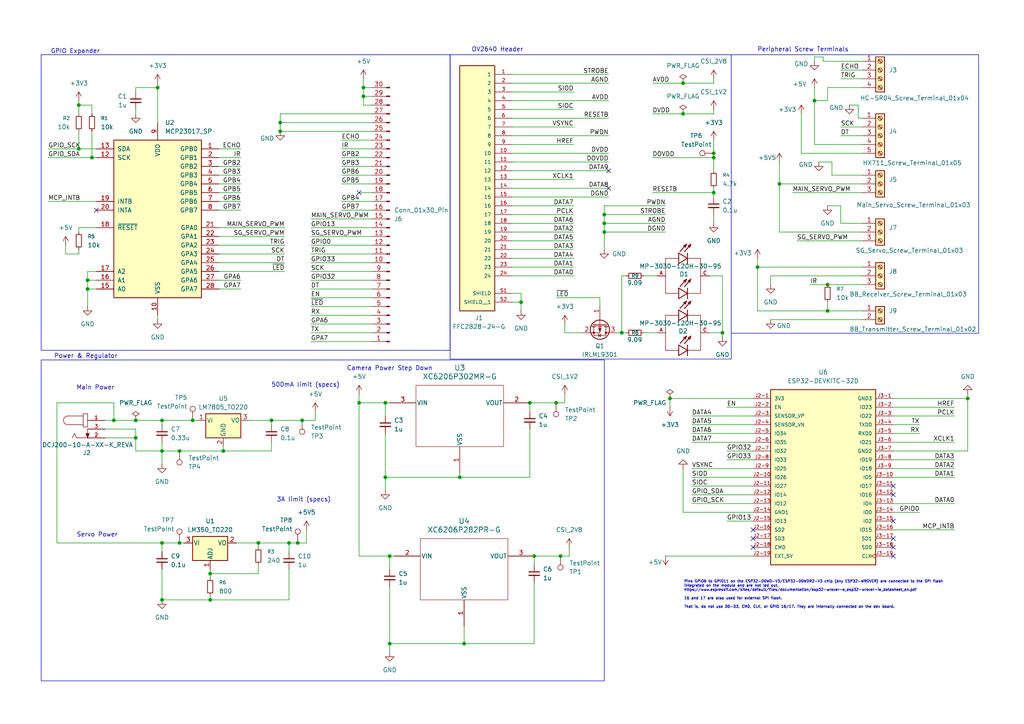
<source format=kicad_sch>
(kicad_sch (version 20250114) (generator "eeschema") (generator_version "9.0")
  (paper "A4")
  (rectangle (start 130.556 15.875) (end 212.09 104.14))
  (rectangle (start 11.938 104.394) (end 175.26 197.485))
  (rectangle (start 11.938 15.875) (end 130.556 101.6))
  (rectangle (start 212.09 15.875) (end 283.845 96.647))
  (text "Power & Regulator\n" (at 24.892 103.378 0) (effects (font (size 1.27 1.27))))
  (text "Main Power" (at 27.686 112.522 0) (effects (font (size 1.27 1.27))))
  (text "500mA limit (specs)\n " (at 88.646 112.776 0) (effects (font (size 1.27 1.27))))
  (text "GPIO Expander" (at 21.844 14.986 0) (effects (font (size 1.27 1.27))))
  (text "Camera Power Step Down" (at 113.03 106.934 0) (effects (font (size 1.27 1.27))))
  (text "Servo Power" (at 28.194 155.194 0) (effects (font (size 1.27 1.27))))
  (text "3A limit (specs)\n " (at 88.138 146.05 0) (effects (font (size 1.27 1.27))))
  (text "Peripheral Screw Terminals" (at 232.918 14.478 0) (effects (font (size 1.27 1.27))))
  (text "Pins GPIO6 to GPIO11 on the ESP32-D0WD-V3/ESP32-D0WDR2-V3 chip (any ESP32-WROVER) are connected to the SPI flash\nintegrated on the module and are not led out.\nhttps://www.espressif.com/sites/default/files/documentation/esp32-wrover-e_esp32-wrover-ie_datasheet_en.pdf\n\n16 and 17 are also used for external SPI flash.\n\nThat is, do not use D0-D3, CMD, CLK, or GPIO 16/17. They are internally connected on the dev board." (at 198.374 172.466 0) (effects (font (size 0.762 0.762)) (justify left)))
  (text "OV2640 Header\n" (at 144.272 14.478 0) (effects (font (size 1.27 1.27))))
  (junction (at 81.28 35.56))
  (junction (at 74.93 157.48))
  (junction (at 60.96 173.99))
  (junction (at 81.28 38.1))
  (junction (at 207.01 45.72))
  (junction (at 60.96 166.37))
  (junction (at 52.07 157.48))
  (junction (at 161.29 116.84))
  (junction (at 153.67 116.84))
  (junction (at 162.56 161.29))
  (junction (at 46.99 173.99))
  (junction (at 175.26 62.23))
  (junction (at 55.88 121.92))
  (junction (at 52.07 130.81))
  (junction (at 86.36 157.48))
  (junction (at 87.63 121.92))
  (junction (at 45.72 25.4))
  (junction (at 134.62 186.69))
  (junction (at 105.41 27.94))
  (junction (at 209.55 96.52))
  (junction (at 46.99 157.48))
  (junction (at 105.41 25.4))
  (junction (at 33.02 121.92))
  (junction (at 280.67 115.57))
  (junction (at 180.34 96.52))
  (junction (at 78.74 121.92))
  (junction (at 39.37 127))
  (junction (at 111.76 116.84))
  (junction (at 64.77 130.81))
  (junction (at 240.03 90.17))
  (junction (at 219.71 77.47))
  (junction (at 25.4 83.82))
  (junction (at 39.37 121.92))
  (junction (at 22.86 30.48))
  (junction (at 22.86 43.18))
  (junction (at 198.12 33.02))
  (junction (at 83.82 157.48))
  (junction (at 46.99 130.81))
  (junction (at 240.03 82.55))
  (junction (at 113.03 186.69))
  (junction (at 236.22 29.21))
  (junction (at 194.31 115.57))
  (junction (at 198.12 24.13))
  (junction (at 226.06 53.34))
  (junction (at 26.67 45.72))
  (junction (at 25.4 81.28))
  (junction (at 104.14 116.84))
  (junction (at 175.26 64.77))
  (junction (at 207.01 44.45))
  (junction (at 133.35 138.43))
  (junction (at 154.94 161.29))
  (junction (at 175.26 67.31))
  (junction (at 113.03 161.29))
  (junction (at 46.99 121.92))
  (junction (at 111.76 138.43))
  (junction (at 207.01 55.88))
  (junction (at 151.13 87.63))
  (no_connect (at 259.08 158.75))
  (no_connect (at 27.94 60.96))
  (no_connect (at 176.53 54.61))
  (no_connect (at 104.14 55.88))
  (no_connect (at 176.53 49.53))
  (no_connect (at 259.08 151.13))
  (no_connect (at 259.08 140.97))
  (no_connect (at 218.44 153.67))
  (no_connect (at 218.44 158.75))
  (no_connect (at 259.08 161.29))
  (no_connect (at 218.44 156.21))
  (no_connect (at 259.08 143.51))
  (no_connect (at 259.08 156.21))
  (wire (pts (xy 151.13 87.63) (xy 151.13 90.17)))
  (wire (pts (xy 207.01 40.64) (xy 207.01 44.45)))
  (wire (pts (xy 90.17 91.44) (xy 107.95 91.44)))
  (wire (pts (xy 39.37 124.46) (xy 39.37 127)))
  (wire (pts (xy 13.97 43.18) (xy 22.86 43.18)))
  (wire (pts (xy 107.95 27.94) (xy 105.41 27.94)))
  (wire (pts (xy 104.14 55.88) (xy 107.95 55.88)))
  (wire (pts (xy 165.1 161.29) (xy 165.1 158.75)))
  (wire (pts (xy 226.06 46.99) (xy 226.06 53.34)))
  (wire (pts (xy 30.48 124.46) (xy 39.37 124.46)))
  (wire (pts (xy 236.22 16.51) (xy 238.76 16.51)))
  (wire (pts (xy 133.35 137.16) (xy 133.35 138.43)))
  (wire (pts (xy 189.23 45.72) (xy 207.01 45.72)))
  (wire (pts (xy 86.36 157.48) (xy 83.82 157.48)))
  (wire (pts (xy 240.03 25.4) (xy 250.19 25.4)))
  (wire (pts (xy 166.37 69.85) (xy 148.59 69.85)))
  (wire (pts (xy 166.37 62.23) (xy 148.59 62.23)))
  (wire (pts (xy 45.72 25.4) (xy 45.72 35.56)))
  (wire (pts (xy 64.77 130.81) (xy 78.74 130.81)))
  (wire (pts (xy 175.26 67.31) (xy 175.26 72.39)))
  (wire (pts (xy 30.48 127) (xy 39.37 127)))
  (wire (pts (xy 113.03 170.18) (xy 113.03 186.69)))
  (wire (pts (xy 39.37 31.75) (xy 39.37 33.02)))
  (wire (pts (xy 90.17 76.2) (xy 107.95 76.2)))
  (wire (pts (xy 276.86 128.27) (xy 259.08 128.27)))
  (wire (pts (xy 200.66 143.51) (xy 218.44 143.51)))
  (wire (pts (xy 209.55 96.52) (xy 209.55 97.79)))
  (wire (pts (xy 236.22 17.78) (xy 236.22 16.51)))
  (wire (pts (xy 250.19 34.29) (xy 248.92 34.29)))
  (wire (pts (xy 200.66 140.97) (xy 218.44 140.97)))
  (wire (pts (xy 198.12 24.13) (xy 207.01 24.13)))
  (wire (pts (xy 166.37 26.67) (xy 148.59 26.67)))
  (wire (pts (xy 134.62 181.61) (xy 134.62 186.69)))
  (wire (pts (xy 276.86 118.11) (xy 259.08 118.11)))
  (wire (pts (xy 166.37 59.69) (xy 148.59 59.69)))
  (wire (pts (xy 46.99 165.1) (xy 46.99 173.99)))
  (wire (pts (xy 91.44 119.38) (xy 91.44 121.92)))
  (wire (pts (xy 259.08 125.73) (xy 266.7 125.73)))
  (wire (pts (xy 81.28 38.1) (xy 107.95 38.1)))
  (wire (pts (xy 240.03 90.17) (xy 250.19 90.17)))
  (wire (pts (xy 60.96 166.37) (xy 74.93 166.37)))
  (wire (pts (xy 166.37 64.77) (xy 148.59 64.77)))
  (wire (pts (xy 39.37 25.4) (xy 45.72 25.4)))
  (wire (pts (xy 78.74 121.92) (xy 72.39 121.92)))
  (wire (pts (xy 210.82 118.11) (xy 218.44 118.11)))
  (wire (pts (xy 240.03 87.63) (xy 240.03 90.17)))
  (wire (pts (xy 33.02 121.92) (xy 39.37 121.92)))
  (wire (pts (xy 104.14 116.84) (xy 111.76 116.84)))
  (wire (pts (xy 193.04 161.29) (xy 218.44 161.29)))
  (wire (pts (xy 180.34 96.52) (xy 181.61 96.52)))
  (wire (pts (xy 90.17 86.36) (xy 107.95 86.36)))
  (wire (pts (xy 236.22 29.21) (xy 236.22 41.91)))
  (wire (pts (xy 153.67 116.84) (xy 161.29 116.84)))
  (wire (pts (xy 219.71 77.47) (xy 219.71 74.93)))
  (wire (pts (xy 231.14 69.85) (xy 250.19 69.85)))
  (wire (pts (xy 22.86 73.66) (xy 19.05 73.66)))
  (wire (pts (xy 46.99 121.92) (xy 46.99 123.19)))
  (wire (pts (xy 63.5 83.82) (xy 69.85 83.82)))
  (wire (pts (xy 163.83 96.52) (xy 168.91 96.52)))
  (wire (pts (xy 166.37 36.83) (xy 148.59 36.83)))
  (wire (pts (xy 105.41 30.48) (xy 105.41 27.94)))
  (wire (pts (xy 16.51 157.48) (xy 46.99 157.48)))
  (wire (pts (xy 46.99 130.81) (xy 46.99 134.62)))
  (wire (pts (xy 241.3 50.8) (xy 250.19 50.8)))
  (wire (pts (xy 163.83 116.84) (xy 163.83 114.3)))
  (wire (pts (xy 52.07 157.48) (xy 53.34 157.48)))
  (wire (pts (xy 179.07 96.52) (xy 180.34 96.52)))
  (wire (pts (xy 90.17 81.28) (xy 107.95 81.28)))
  (wire (pts (xy 148.59 29.21) (xy 176.53 29.21)))
  (wire (pts (xy 176.53 46.99) (xy 148.59 46.99)))
  (wire (pts (xy 193.04 59.69) (xy 175.26 59.69)))
  (wire (pts (xy 161.29 116.84) (xy 163.83 116.84)))
  (wire (pts (xy 83.82 160.02) (xy 83.82 157.48)))
  (wire (pts (xy 83.82 157.48) (xy 74.93 157.48)))
  (wire (pts (xy 63.5 81.28) (xy 69.85 81.28)))
  (wire (pts (xy 151.13 85.09) (xy 151.13 87.63)))
  (wire (pts (xy 154.94 161.29) (xy 162.56 161.29)))
  (wire (pts (xy 280.67 115.57) (xy 280.67 114.3)))
  (wire (pts (xy 99.06 43.18) (xy 107.95 43.18)))
  (wire (pts (xy 90.17 96.52) (xy 107.95 96.52)))
  (wire (pts (xy 223.52 82.55) (xy 223.52 80.01)))
  (wire (pts (xy 111.76 125.73) (xy 111.76 138.43)))
  (wire (pts (xy 200.66 138.43) (xy 218.44 138.43)))
  (wire (pts (xy 162.56 161.29) (xy 165.1 161.29)))
  (wire (pts (xy 104.14 116.84) (xy 104.14 161.29)))
  (wire (pts (xy 259.08 123.19) (xy 266.7 123.19)))
  (wire (pts (xy 46.99 173.99) (xy 60.96 173.99)))
  (wire (pts (xy 63.5 76.2) (xy 82.55 76.2)))
  (wire (pts (xy 243.84 64.77) (xy 250.19 64.77)))
  (wire (pts (xy 63.5 58.42) (xy 69.85 58.42)))
  (wire (pts (xy 205.74 80.01) (xy 209.55 80.01)))
  (wire (pts (xy 46.99 128.27) (xy 46.99 130.81)))
  (wire (pts (xy 99.06 53.34) (xy 107.95 53.34)))
  (wire (pts (xy 83.82 165.1) (xy 83.82 173.99)))
  (wire (pts (xy 99.06 50.8) (xy 107.95 50.8)))
  (wire (pts (xy 22.86 30.48) (xy 26.67 30.48)))
  (wire (pts (xy 90.17 78.74) (xy 107.95 78.74)))
  (wire (pts (xy 198.12 148.59) (xy 198.12 135.89)))
  (wire (pts (xy 280.67 130.81) (xy 280.67 115.57)))
  (wire (pts (xy 189.23 55.88) (xy 207.01 55.88)))
  (wire (pts (xy 198.12 148.59) (xy 218.44 148.59)))
  (wire (pts (xy 52.07 130.81) (xy 46.99 130.81)))
  (wire (pts (xy 60.96 173.99) (xy 83.82 173.99)))
  (wire (pts (xy 111.76 138.43) (xy 133.35 138.43)))
  (wire (pts (xy 78.74 123.19) (xy 78.74 121.92)))
  (wire (pts (xy 63.5 53.34) (xy 69.85 53.34)))
  (wire (pts (xy 259.08 153.67) (xy 276.86 153.67)))
  (wire (pts (xy 148.59 85.09) (xy 151.13 85.09)))
  (wire (pts (xy 226.06 53.34) (xy 226.06 67.31)))
  (wire (pts (xy 99.06 40.64) (xy 107.95 40.64)))
  (wire (pts (xy 200.66 146.05) (xy 218.44 146.05)))
  (wire (pts (xy 111.76 116.84) (xy 111.76 120.65)))
  (wire (pts (xy 105.41 25.4) (xy 105.41 27.94)))
  (wire (pts (xy 63.5 78.74) (xy 82.55 78.74)))
  (wire (pts (xy 63.5 68.58) (xy 82.55 68.58)))
  (wire (pts (xy 30.48 121.92) (xy 33.02 121.92)))
  (wire (pts (xy 22.86 67.31) (xy 22.86 66.04)))
  (wire (pts (xy 39.37 127) (xy 39.37 130.81)))
  (wire (pts (xy 259.08 130.81) (xy 280.67 130.81)))
  (wire (pts (xy 63.5 43.18) (xy 69.85 43.18)))
  (wire (pts (xy 33.02 121.92) (xy 33.02 116.84)))
  (wire (pts (xy 259.08 115.57) (xy 280.67 115.57)))
  (wire (pts (xy 209.55 80.01) (xy 209.55 96.52)))
  (wire (pts (xy 104.14 114.3) (xy 104.14 116.84)))
  (wire (pts (xy 243.84 22.86) (xy 250.19 22.86)))
  (wire (pts (xy 148.59 54.61) (xy 176.53 54.61)))
  (wire (pts (xy 229.87 55.88) (xy 250.19 55.88)))
  (wire (pts (xy 219.71 90.17) (xy 240.03 90.17)))
  (wire (pts (xy 46.99 157.48) (xy 46.99 160.02)))
  (wire (pts (xy 46.99 157.48) (xy 52.07 157.48)))
  (wire (pts (xy 236.22 25.4) (xy 236.22 29.21)))
  (wire (pts (xy 87.63 121.92) (xy 91.44 121.92)))
  (wire (pts (xy 248.92 30.48) (xy 246.38 30.48)))
  (wire (pts (xy 243.84 39.37) (xy 250.19 39.37)))
  (wire (pts (xy 175.26 62.23) (xy 175.26 64.77)))
  (wire (pts (xy 276.86 135.89) (xy 259.08 135.89)))
  (wire (pts (xy 60.96 166.37) (xy 60.96 167.64)))
  (wire (pts (xy 148.59 49.53) (xy 176.53 49.53)))
  (wire (pts (xy 63.5 73.66) (xy 82.55 73.66)))
  (wire (pts (xy 161.29 86.36) (xy 173.99 86.36)))
  (wire (pts (xy 99.06 60.96) (xy 107.95 60.96)))
  (wire (pts (xy 64.77 129.54) (xy 64.77 130.81)))
  (wire (pts (xy 166.37 52.07) (xy 148.59 52.07)))
  (wire (pts (xy 90.17 88.9) (xy 107.95 88.9)))
  (wire (pts (xy 154.94 168.91) (xy 154.94 186.69)))
  (wire (pts (xy 25.4 83.82) (xy 25.4 81.28)))
  (wire (pts (xy 226.06 67.31) (xy 250.19 67.31)))
  (wire (pts (xy 111.76 138.43) (xy 111.76 142.24)))
  (wire (pts (xy 22.86 43.18) (xy 27.94 43.18)))
  (wire (pts (xy 166.37 67.31) (xy 148.59 67.31)))
  (wire (pts (xy 64.77 130.81) (xy 52.07 130.81)))
  (wire (pts (xy 148.59 21.59) (xy 176.53 21.59)))
  (wire (pts (xy 200.66 135.89) (xy 218.44 135.89)))
  (wire (pts (xy 46.99 121.92) (xy 55.88 121.92)))
  (wire (pts (xy 63.5 60.96) (xy 69.85 60.96)))
  (wire (pts (xy 105.41 25.4) (xy 107.95 25.4)))
  (wire (pts (xy 60.96 166.37) (xy 60.96 165.1)))
  (wire (pts (xy 200.66 125.73) (xy 218.44 125.73)))
  (wire (pts (xy 111.76 116.84) (xy 113.03 116.84)))
  (wire (pts (xy 250.19 44.45) (xy 232.41 44.45)))
  (wire (pts (xy 189.23 24.13) (xy 198.12 24.13)))
  (wire (pts (xy 223.52 92.71) (xy 250.19 92.71)))
  (wire (pts (xy 148.59 39.37) (xy 176.53 39.37)))
  (wire (pts (xy 63.5 55.88) (xy 69.85 55.88)))
  (wire (pts (xy 90.17 73.66) (xy 107.95 73.66)))
  (wire (pts (xy 90.17 66.04) (xy 107.95 66.04)))
  (wire (pts (xy 107.95 30.48) (xy 105.41 30.48)))
  (wire (pts (xy 276.86 146.05) (xy 259.08 146.05)))
  (wire (pts (xy 25.4 81.28) (xy 27.94 81.28)))
  (wire (pts (xy 241.3 46.99) (xy 241.3 50.8)))
  (wire (pts (xy 105.41 22.86) (xy 105.41 25.4)))
  (wire (pts (xy 90.17 63.5) (xy 107.95 63.5)))
  (wire (pts (xy 19.05 71.12) (xy 19.05 73.66)))
  (wire (pts (xy 186.69 96.52) (xy 190.5 96.52)))
  (wire (pts (xy 33.02 116.84) (xy 16.51 116.84)))
  (wire (pts (xy 207.01 54.61) (xy 207.01 55.88)))
  (wire (pts (xy 276.86 133.35) (xy 259.08 133.35)))
  (wire (pts (xy 223.52 80.01) (xy 250.19 80.01)))
  (wire (pts (xy 90.17 93.98) (xy 107.95 93.98)))
  (wire (pts (xy 39.37 26.67) (xy 39.37 25.4)))
  (wire (pts (xy 74.93 157.48) (xy 74.93 158.75)))
  (wire (pts (xy 154.94 161.29) (xy 154.94 163.83)))
  (wire (pts (xy 232.41 33.02) (xy 232.41 44.45)))
  (wire (pts (xy 250.19 41.91) (xy 236.22 41.91)))
  (wire (pts (xy 210.82 133.35) (xy 218.44 133.35)))
  (wire (pts (xy 81.28 35.56) (xy 81.28 38.1)))
  (wire (pts (xy 113.03 161.29) (xy 113.03 165.1)))
  (wire (pts (xy 99.06 45.72) (xy 107.95 45.72)))
  (wire (pts (xy 22.86 66.04) (xy 27.94 66.04)))
  (wire (pts (xy 193.04 64.77) (xy 175.26 64.77)))
  (wire (pts (xy 193.04 62.23) (xy 175.26 62.23)))
  (wire (pts (xy 27.94 83.82) (xy 25.4 83.82)))
  (wire (pts (xy 153.67 116.84) (xy 153.67 119.38)))
  (wire (pts (xy 210.82 130.81) (xy 218.44 130.81)))
  (wire (pts (xy 148.59 24.13) (xy 176.53 24.13)))
  (wire (pts (xy 200.66 123.19) (xy 218.44 123.19)))
  (wire (pts (xy 63.5 45.72) (xy 69.85 45.72)))
  (wire (pts (xy 26.67 33.02) (xy 26.67 30.48)))
  (wire (pts (xy 104.14 161.29) (xy 113.03 161.29)))
  (wire (pts (xy 153.67 124.46) (xy 153.67 138.43)))
  (wire (pts (xy 210.82 151.13) (xy 218.44 151.13)))
  (wire (pts (xy 166.37 41.91) (xy 148.59 41.91)))
  (wire (pts (xy 243.84 20.32) (xy 250.19 20.32)))
  (wire (pts (xy 148.59 57.15) (xy 176.53 57.15)))
  (wire (pts (xy 22.86 29.21) (xy 22.86 30.48)))
  (wire (pts (xy 226.06 53.34) (xy 250.19 53.34)))
  (wire (pts (xy 193.04 67.31) (xy 175.26 67.31)))
  (wire (pts (xy 148.59 44.45) (xy 176.53 44.45)))
  (wire (pts (xy 237.49 46.99) (xy 241.3 46.99)))
  (wire (pts (xy 207.01 45.72) (xy 207.01 49.53)))
  (wire (pts (xy 166.37 77.47) (xy 148.59 77.47)))
  (wire (pts (xy 16.51 116.84) (xy 16.51 157.48)))
  (wire (pts (xy 166.37 31.75) (xy 148.59 31.75)))
  (wire (pts (xy 240.03 29.21) (xy 240.03 25.4)))
  (wire (pts (xy 81.28 35.56) (xy 107.95 35.56)))
  (wire (pts (xy 68.58 157.48) (xy 74.93 157.48)))
  (wire (pts (xy 166.37 74.93) (xy 148.59 74.93)))
  (wire (pts (xy 219.71 90.17) (xy 219.71 77.47)))
  (wire (pts (xy 22.86 38.1) (xy 22.86 43.18)))
  (wire (pts (xy 90.17 71.12) (xy 107.95 71.12)))
  (wire (pts (xy 148.59 34.29) (xy 176.53 34.29)))
  (wire (pts (xy 133.35 138.43) (xy 153.67 138.43)))
  (wire (pts (xy 134.62 186.69) (xy 154.94 186.69)))
  (wire (pts (xy 175.26 64.77) (xy 175.26 67.31)))
  (wire (pts (xy 219.71 77.47) (xy 250.19 77.47)))
  (wire (pts (xy 26.67 45.72) (xy 27.94 45.72)))
  (wire (pts (xy 243.84 59.69) (xy 243.84 64.77)))
  (wire (pts (xy 63.5 48.26) (xy 69.85 48.26)))
  (wire (pts (xy 90.17 99.06) (xy 107.95 99.06)))
  (wire (pts (xy 207.01 44.45) (xy 207.01 45.72)))
  (wire (pts (xy 22.86 72.39) (xy 22.86 73.66)))
  (wire (pts (xy 186.69 80.01) (xy 190.5 80.01)))
  (wire (pts (xy 45.72 24.13) (xy 45.72 25.4)))
  (wire (pts (xy 90.17 68.58) (xy 107.95 68.58)))
  (wire (pts (xy 63.5 66.04) (xy 82.55 66.04)))
  (wire (pts (xy 39.37 121.92) (xy 46.99 121.92)))
  (wire (pts (xy 148.59 87.63) (xy 151.13 87.63)))
  (wire (pts (xy 173.99 86.36) (xy 173.99 88.9)))
  (wire (pts (xy 88.9 153.67) (xy 88.9 157.48)))
  (wire (pts (xy 22.86 30.48) (xy 22.86 33.02)))
  (wire (pts (xy 207.01 31.75) (xy 207.01 33.02)))
  (wire (pts (xy 238.76 17.78) (xy 250.19 17.78)))
  (wire (pts (xy 55.88 121.92) (xy 57.15 121.92)))
  (wire (pts (xy 194.31 118.11) (xy 194.31 115.57)))
  (wire (pts (xy 276.86 120.65) (xy 259.08 120.65)))
  (wire (pts (xy 240.03 59.69) (xy 243.84 59.69)))
  (wire (pts (xy 205.74 96.52) (xy 209.55 96.52)))
  (wire (pts (xy 60.96 172.72) (xy 60.96 173.99)))
  (wire (pts (xy 88.9 157.48) (xy 86.36 157.48)))
  (wire (pts (xy 107.95 33.02) (xy 81.28 33.02)))
  (wire (pts (xy 99.06 58.42) (xy 107.95 58.42)))
  (wire (pts (xy 180.34 80.01) (xy 181.61 80.01)))
  (wire (pts (xy 78.74 128.27) (xy 78.74 130.81)))
  (wire (pts (xy 194.31 115.57) (xy 218.44 115.57)))
  (wire (pts (xy 200.66 120.65) (xy 218.44 120.65)))
  (wire (pts (xy 240.03 82.55) (xy 250.19 82.55)))
  (wire (pts (xy 99.06 48.26) (xy 107.95 48.26)))
  (wire (pts (xy 39.37 130.81) (xy 46.99 130.81)))
  (wire (pts (xy 189.23 33.02) (xy 198.12 33.02)))
  (wire (pts (xy 45.72 91.44) (xy 45.72 92.71)))
  (wire (pts (xy 81.28 33.02) (xy 81.28 35.56)))
  (wire (pts (xy 113.03 186.69) (xy 113.03 189.23)))
  (wire (pts (xy 198.12 33.02) (xy 207.01 33.02)))
  (wire (pts (xy 248.92 34.29) (xy 248.92 30.48)))
  (wire (pts (xy 163.83 93.98) (xy 163.83 96.52)))
  (wire (pts (xy 238.76 16.51) (xy 238.76 17.78)))
  (wire (pts (xy 113.03 161.29) (xy 114.3 161.29)))
  (wire (pts (xy 200.66 128.27) (xy 218.44 128.27)))
  (wire (pts (xy 27.94 78.74) (xy 25.4 78.74)))
  (wire (pts (xy 25.4 83.82) (xy 25.4 88.9)))
  (wire (pts (xy 175.26 59.69) (xy 175.26 62.23)))
  (wire (pts (xy 207.01 62.23) (xy 207.01 64.77)))
  (wire (pts (xy 113.03 186.69) (xy 134.62 186.69)))
  (wire (pts (xy 180.34 96.52) (xy 180.34 80.01)))
  (wire (pts (xy 74.93 163.83) (xy 74.93 166.37)))
  (wire (pts (xy 90.17 83.82) (xy 107.95 83.82)))
  (wire (pts (xy 207.01 22.86) (xy 207.01 24.13)))
  (wire (pts (xy 13.97 45.72) (xy 26.67 45.72)))
  (wire (pts (xy 234.95 82.55) (xy 240.03 82.55)))
  (wire (pts (xy 259.08 148.59) (xy 266.7 148.59)))
  (wire (pts (xy 166.37 72.39) (xy 148.59 72.39)))
  (wire (pts (xy 78.74 121.92) (xy 87.63 121.92)))
  (wire (pts (xy 25.4 78.74) (xy 25.4 81.28)))
  (wire (pts (xy 236.22 29.21) (xy 240.03 29.21)))
  (wire (pts (xy 243.84 36.83) (xy 250.19 36.83)))
  (wire (pts (xy 63.5 50.8) (xy 69.85 50.8)))
  (wire (pts (xy 276.86 138.43) (xy 259.08 138.43)))
  (wire (pts (xy 63.5 71.12) (xy 82.55 71.12)))
  (wire (pts (xy 166.37 80.01) (xy 148.59 80.01)))
  (wire (pts (xy 13.97 58.42) (xy 27.94 58.42)))
  (wire (pts (xy 207.01 55.88) (xy 207.01 57.15)))
  (wire (pts (xy 26.67 38.1) (xy 26.67 45.72)))
  (label "AVDD" (at 189.23 24.13 0))
  (label "MCP_INTB" (at 13.97 58.42 0))
  (label "~{LED}" (at 90.17 88.9 0))
  (label "HREF" (at 166.37 41.91 180))
  (label "ECHO" (at 99.06 40.64 0))
  (label "GPB5" (at 99.06 53.34 0))
  (label "GPB5" (at 69.85 55.88 180))
  (label "GPIO0" (at 90.17 71.12 0))
  (label "DATA5" (at 166.37 69.85 180))
  (label "RX" (at 266.7 125.73 180))
  (label "XCLK1" (at 276.86 128.27 180))
  (label "GPB3" (at 69.85 50.8 180))
  (label "DATA6" (at 166.37 64.77 180))
  (label "GPIO33" (at 90.17 76.2 0))
  (label "GPA6" (at 90.17 93.98 0))
  (label "DGND" (at 176.53 57.15 180))
  (label "SG_SERVO_PWM" (at 82.55 68.58 180))
  (label "DATA2" (at 276.86 135.89 180))
  (label "GPIO33" (at 210.82 133.35 0))
  (label "DATA0" (at 276.86 146.05 180))
  (label "TX" (at 90.17 96.52 0))
  (label "AGND" (at 193.04 64.77 180))
  (label "DATA0" (at 166.37 80.01 180))
  (label "SIOC" (at 166.37 31.75 180))
  (label "IR" (at 69.85 45.72 180))
  (label "DOVDD" (at 189.23 45.72 0))
  (label "DATA4" (at 200.66 120.65 0))
  (label "TRIG" (at 82.55 71.12 180))
  (label "PCLK" (at 166.37 62.23 180))
  (label "EN" (at 90.17 86.36 0))
  (label "MAIN_SERVO_PWM" (at 82.55 66.04 180))
  (label "DATA6" (at 200.66 125.73 0))
  (label "GPA7" (at 90.17 99.06 0))
  (label "RESETB" (at 176.53 34.29 180))
  (label "DATA4" (at 166.37 74.93 180))
  (label "GPA6" (at 69.85 81.28 180))
  (label "GPB2" (at 69.85 48.26 180))
  (label "GPIO32" (at 210.82 130.81 0))
  (label "MCP_INTB" (at 276.86 153.67 180))
  (label "DATA3" (at 166.37 72.39 180))
  (label "DVDD" (at 176.53 44.45 180))
  (label "GPB7" (at 99.06 60.96 0))
  (label "SCK" (at 243.84 36.83 0))
  (label "TX" (at 266.7 123.19 180))
  (label "DATA5" (at 200.66 123.19 0))
  (label "SCK" (at 90.17 78.74 0))
  (label "SIOD" (at 200.66 138.43 0))
  (label "GPIO0" (at 266.7 148.59 180))
  (label "IR" (at 99.06 43.18 0))
  (label "VSYNC" (at 200.66 135.89 0))
  (label "GPIO_SCK" (at 13.97 43.18 0))
  (label "DGND" (at 193.04 67.31 180))
  (label "~{LED}" (at 82.55 78.74 180))
  (label "SIOD" (at 166.37 26.67 180))
  (label "GPIO_SDA" (at 13.97 45.72 0))
  (label "GPB3" (at 99.06 48.26 0))
  (label "HREF" (at 276.86 118.11 180))
  (label "XCLK1" (at 166.37 52.07 180))
  (label "SIOC" (at 200.66 140.97 0))
  (label "DATA7" (at 200.66 128.27 0))
  (label "STROBE" (at 176.53 21.59 180))
  (label "MAIN_SERVO_PWM" (at 229.87 55.88 0))
  (label "VSYNC" (at 166.37 36.83 180))
  (label "ECHO" (at 243.84 20.32 0))
  (label "TRIG" (at 90.17 73.66 0))
  (label "DATA1" (at 166.37 77.47 180))
  (label "SG_SERVO_PWM" (at 231.14 69.85 0))
  (label "SG_SERVO_PWM" (at 90.17 68.58 0))
  (label "GPB4" (at 69.85 53.34 180))
  (label "TRIG" (at 243.84 22.86 0))
  (label "EN" (at 210.82 118.11 0))
  (label "DT" (at 243.84 39.37 0))
  (label "~{LED}" (at 161.29 86.36 0))
  (label "GPB7" (at 69.85 60.96 180))
  (label "GPB6" (at 69.85 58.42 180))
  (label "AVDD" (at 176.53 29.21 180))
  (label "AGND" (at 176.53 24.13 180))
  (label "DATA1" (at 276.86 138.43 180))
  (label "DATA9" (at 176.53 49.53 180))
  (label "GPB6" (at 99.06 50.8 0))
  (label "DVDD" (at 189.23 33.02 0))
  (label "GPIO_SDA" (at 200.66 143.51 0))
  (label "GPIO_SCK" (at 200.66 146.05 0))
  (label "ECHO" (at 69.85 43.18 180))
  (label "GPA7" (at 69.85 83.82 180))
  (label "GPIO13" (at 90.17 66.04 0))
  (label "DT" (at 82.55 76.2 180))
  (label "PWDN" (at 193.04 59.69 180))
  (label "GPIO32" (at 90.17 81.28 0))
  (label "RESETB" (at 189.23 55.88 0))
  (label "STROBE" (at 193.04 62.23 180))
  (label "PWDN" (at 176.53 39.37 180))
  (label "DATA2" (at 166.37 67.31 180))
  (label "IR" (at 234.95 82.55 0))
  (label "DT" (at 90.17 83.82 0))
  (label "DOVDD" (at 176.53 46.99 180))
  (label "PCLK" (at 276.86 120.65 180))
  (label "MAIN_SERVO_PWM" (at 90.17 63.5 0))
  (label "GPIO13" (at 210.82 151.13 0))
  (label "RX" (at 90.17 91.44 0))
  (label "DATA3" (at 276.86 133.35 180))
  (label "DATA8" (at 176.53 54.61 180))
  (label "GPB2" (at 99.06 45.72 0))
  (label "SCK" (at 82.55 73.66 180))
  (label "GPB4" (at 99.06 58.42 0))
  (label "DATA7" (at 166.37 59.69 180))
  (symbol (lib_id "Connector:TestPoint") (at 161.29 116.84 180) (unit 1)
    (property "Reference" "TP2" (at 163.83 121.4121 0) (effects (justify right)))
    (property "Value" "TestPoint" (at 163.83 118.8721 0) (effects (justify right)))
    (property "Footprint" "TestPoint:TestPoint_Keystone_5005-5009_Compact" (effects (hide yes)))
    (property "Description" "test point" (effects (hide yes)))
  )
  (symbol (lib_id "power:+5V") (at 163.83 114.3 0) (unit 1)
    (property "Reference" "#PWR029" (effects (hide yes)))
    (property "Value" "CSI_1V2" (at 163.83 109.22 0))
    (property "Description" "Power symbol creates a global label with name \"+1V2\"" (effects (hide yes)))
  )
  (symbol (lib_id "power:GND") (at 46.99 134.62 0) (unit 1)
    (property "Reference" "#PWR025" (effects (hide yes)))
    (property "Value" "GND" (at 46.99 139.7 0))
    (property "Description" "Power symbol creates a global label with name \"GND\" , ground" (effects (hide yes)))
  )
  (symbol (lib_id "Connector:TestPoint") (at 52.07 130.81 180) (unit 1)
    (property "Reference" "TP4" (at 54.61 135.3821 0) (effects (justify right)))
    (property "Value" "TestPoint" (at 54.61 132.8421 0) (effects (justify right)))
    (property "Footprint" "TestPoint:TestPoint_Keystone_5005-5009_Compact" (effects (hide yes)))
    (property "Description" "test point" (effects (hide yes)))
  )
  (symbol (lib_id "Connector:TestPoint") (at 55.88 121.92 0) (unit 1)
    (property "Reference" "TP5" (at 54.356 115.316 0) (effects (justify right)))
    (property "Value" "TestPoint" (at 54.356 117.856 0) (effects (justify right)))
    (property "Footprint" "TestPoint:TestPoint_Keystone_5005-5009_Compact" (effects (hide yes)))
    (property "Description" "test point" (effects (hide yes)))
  )
  (symbol (lib_id "Device:R_Small") (at 74.93 161.29 0) (unit 1)
    (property "Reference" "R3" (at 77.47 160.0199 0) (effects (font (size 1.016 1.016)) (justify left)))
    (property "Value" "240" (at 77.47 162.5599 0) (effects (justify left)))
    (property "Footprint" "Resistor_THT:R_Axial_DIN0207_L6.3mm_D2.5mm_P10.16mm_Horizontal" (effects (hide yes)))
    (property "Description" "Resistor, small symbol" (effects (hide yes)))
  )
  (symbol (lib_id "power:GND") (at 198.12 135.89 0) (mirror x) (unit 1)
    (property "Reference" "#PWR02" (effects (hide yes)))
    (property "Value" "GND" (at 198.12 130.81 0))
    (property "Description" "Power symbol creates a global label with name \"GND\" , ground" (effects (hide yes)))
  )
  (symbol (lib_id "Device:R_Small") (at 22.86 69.85 0) (unit 1)
    (property "Reference" "R5" (at 25.4 68.5799 0) (effects (font (size 1.016 1.016)) (justify left)))
    (property "Value" "10k" (at 25.4 71.1199 0) (effects (justify left)))
    (property "Footprint" "Resistor_THT:R_Axial_DIN0207_L6.3mm_D2.5mm_P10.16mm_Horizontal" (effects (hide yes)))
    (property "Description" "Resistor, small symbol" (effects (hide yes)))
  )
  (symbol (lib_id "Device:R_Small") (at 60.96 170.18 0) (unit 1)
    (property "Reference" "R6" (at 63.5 168.9099 0) (effects (font (size 1.016 1.016)) (justify left)))
    (property "Value" "800" (at 63.5 171.4499 0) (effects (justify left)))
    (property "Footprint" "Resistor_THT:R_Axial_DIN0207_L6.3mm_D2.5mm_P10.16mm_Horizontal" (effects (hide yes)))
    (property "Description" "Resistor, small symbol" (effects (hide yes)))
  )
  (symbol (lib_id "Connector:TestPoint") (at 86.36 157.48 0) (unit 1)
    (property "Reference" "TP8" (at 84.836 150.876 0) (effects (justify right)))
    (property "Value" "TestPoint" (at 84.836 153.416 0) (effects (justify right)))
    (property "Footprint" "TestPoint:TestPoint_Keystone_5005-5009_Compact" (effects (hide yes)))
    (property "Description" "test point" (effects (hide yes)))
  )
  (symbol (lib_id "DCJ200-10-A-XX-K_REVA:DCJ200-10-A-XX-K_REVA") (at 25.4 124.46 0) (unit 1)
    (property "Reference" "J2" (at 25.146 131.318 0))
    (property "Value" "DCJ200-10-A-XX-K_REVA" (at 25.4 129.032 0))
    (property "Footprint" "Library:GCT_DCJ200-10-A-XX-K_REVA" (effects (hide yes)))
    (property "PARTREV" "A" (effects (hide yes)))
    (property "STANDARD" "Manufacturer Recommendations" (effects (hide yes)))
    (property "SNAPEDA_PN" "DCJ200-10-A-K1-K" (effects (hide yes)))
    (property "MAXIMUM_PACKAGE_HEIGHT" "11 mm" (effects (hide yes)))
    (property "MANUFACTURER" "Global Connector Technology" (effects (hide yes)))
  )
  (symbol (lib_id "Connector:Screw_Terminal_01x02") (at 255.27 90.17 0) (unit 1)
    (property "Reference" "J9" (at 257.81 90.1699 0) (effects (justify left)))
    (property "Value" "BB_Transmitter_Screw_Terminal_01x02" (at 246.38 95.504 0) (effects (justify left)))
    (property "Footprint" "TerminalBlock_4Ucon:TerminalBlock_4Ucon_1x02_P3.50mm_Vertical" (effects (hide yes)))
    (property "Description" "Generic screw terminal, single row, 01x02, script generated (kicad-library-utils/schlib/autogen/connector/)" (effects (hide yes)))
  )
  (symbol (lib_id "Connector:FFC2B28-24-G") (at 138.43 52.07 0) (mirror y) (unit 1)
    (property "Reference" "J1" (at 138.938 92.202 0))
    (property "Value" "FFC2B28-24-G" (at 138.938 94.742 0))
    (property "Footprint" "Library:GCT_FFC2B28-24-G" (effects (hide yes)))
    (property "PARTREV" "A" (effects (hide yes)))
    (property "STANDARD" "Manufacturer Recommendations" (effects (hide yes)))
    (property "MAXIMUM_PACKAGE_HEIGHT" "1.75mm" (effects (hide yes)))
    (property "MANUFACTURER" "GCT" (effects (hide yes)))
  )
  (symbol (lib_id "power:+5V") (at 91.44 119.38 0) (unit 1)
    (property "Reference" "#PWR024" (effects (hide yes)))
    (property "Value" "+5V" (at 91.44 114.3 0))
    (property "Description" "Power symbol creates a global label with name \"+5V\"" (effects (hide yes)))
  )
  (symbol (lib_id "Device:R_Small") (at 240.03 85.09 0) (unit 1)
    (property "Reference" "R7" (at 242.57 83.8199 0) (effects (font (size 1.016 1.016)) (justify left)))
    (property "Value" "10k" (at 242.57 86.3599 0) (effects (justify left)))
    (property "Footprint" "Resistor_THT:R_Axial_DIN0207_L6.3mm_D2.5mm_P10.16mm_Horizontal" (effects (hide yes)))
    (property "Description" "Resistor, small symbol" (effects (hide yes)))
  )
  (symbol (lib_id "power:+5V") (at 226.06 46.99 0) (unit 1)
    (property "Reference" "#PWR021" (effects (hide yes)))
    (property "Value" "+5V5" (at 222.504 45.72 0))
    (property "Description" "Power symbol creates a global label with name \"+5V\"" (effects (hide yes)))
  )
  (symbol (lib_id "power:GND") (at 280.67 114.3 0) (mirror x) (unit 1)
    (property "Reference" "#PWR01" (effects (hide yes)))
    (property "Value" "GND" (at 280.67 109.22 0))
    (property "Description" "Power symbol creates a global label with name \"GND\" , ground" (effects (hide yes)))
  )
  (symbol (lib_id "power:+5V") (at 236.22 25.4 0) (unit 1)
    (property "Reference" "#PWR019" (effects (hide yes)))
    (property "Value" "+5V" (at 231.902 24.384 0))
    (property "Description" "Power symbol creates a global label with name \"+5V\"" (effects (hide yes)))
  )
  (symbol (lib_id "Device:C_Small") (at 78.74 125.73 0) (unit 1)
    (property "Reference" "C8" (at 81.28 124.4662 0) (effects (justify left)))
    (property "Value" "0.1u" (at 81.28 127.0062 0) (effects (justify left)))
    (property "Footprint" "Capacitor_THT:C_Disc_D4.3mm_W1.9mm_P5.00mm" (effects (hide yes)))
    (property "Description" "Unpolarized capacitor, small symbol" (effects (hide yes)))
  )
  (symbol (lib_id "Device:R_Small") (at 22.86 35.56 0) (mirror y) (unit 1)
    (property "Reference" "R2" (at 20.32 34.2899 0) (effects (font (size 1.016 1.016)) (justify left)))
    (property "Value" "10k" (at 20.32 36.8299 0) (effects (justify left)))
    (property "Footprint" "Resistor_THT:R_Axial_DIN0207_L6.3mm_D2.5mm_P10.16mm_Horizontal" (effects (hide yes)))
    (property "Description" "Resistor, small symbol" (effects (hide yes)))
  )
  (symbol (lib_id "Device:C_Small") (at 39.37 29.21 0) (unit 1)
    (property "Reference" "C1" (at 36.83 27.9462 0) (effects (justify right)))
    (property "Value" "1u" (at 36.83 30.4862 0) (effects (justify right)))
    (property "Footprint" "Capacitor_THT:C_Disc_D4.3mm_W1.9mm_P5.00mm" (effects (hide yes)))
    (property "Description" "Unpolarized capacitor, small symbol" (effects (hide yes)))
  )
  (symbol (lib_id "power:GND") (at 237.49 46.99 0) (unit 1)
    (property "Reference" "#PWR020" (effects (hide yes)))
    (property "Value" "GND" (at 233.68 47.752 0))
    (property "Description" "Power symbol creates a global label with name \"GND\" , ground" (effects (hide yes)))
  )
  (symbol (lib_id "Connector:TestPoint") (at 52.07 157.48 0) (unit 1)
    (property "Reference" "TP7" (at 50.546 150.876 0) (effects (justify right)))
    (property "Value" "TestPoint" (at 50.546 153.416 0) (effects (justify right)))
    (property "Footprint" "TestPoint:TestPoint_Keystone_5005-5009_Compact" (effects (hide yes)))
    (property "Description" "test point" (effects (hide yes)))
  )
  (symbol (lib_id "Device:C_Small") (at 46.99 162.56 0) (unit 1)
    (property "Reference" "C9" (at 49.53 161.2962 0) (effects (justify left)))
    (property "Value" "0.1u" (at 49.53 163.8362 0) (effects (justify left)))
    (property "Footprint" "Capacitor_THT:C_Disc_D4.3mm_W1.9mm_P5.00mm" (effects (hide yes)))
    (property "Description" "Unpolarized capacitor, small symbol" (effects (hide yes)))
  )
  (symbol (lib_id "power:+5V") (at 207.01 31.75 0) (unit 1)
    (property "Reference" "#PWR023" (effects (hide yes)))
    (property "Value" "CSI_1V2" (at 207.01 26.67 0))
    (property "Description" "Power symbol creates a global label with name \"+1V2\"" (effects (hide yes)))
  )
  (symbol (lib_id "power:GND") (at 223.52 82.55 0) (unit 1)
    (property "Reference" "#PWR035" (effects (hide yes)))
    (property "Value" "GND" (at 223.52 87.63 0))
    (property "Description" "Power symbol creates a global label with name \"GND\" , ground" (effects (hide yes)))
  )
  (symbol (lib_id "ESP32-DEVKITC-32D:ESP32-DEVKITC-32D") (at 238.76 138.43 0) (unit 1)
    (property "Reference" "U6" (at 238.76 107.95 0))
    (property "Value" "ESP32-DEVKITC-32D" (at 238.76 110.49 0))
    (property "Footprint" "ESP32-DEVKITC-32D:MODULE_ESP32-DEVKITC-32D" (effects (hide yes)))
    (property "MF" "Espressif Systems" (effects (hide yes)))
    (property "MAXIMUM_PACKAGE_HEIGHT" "N/A" (effects (hide yes)))
    (property "Package" "None" (effects (hide yes)))
    (property "Price" "None" (effects (hide yes)))
    (property "Check_prices" "https://www.snapeda.com/parts/ESP32-DEVKITC-32D/Espressif+Systems/view-part/?ref=eda" (effects (hide yes)))
    (property "STANDARD" "Manufacturer Recommendations" (effects (hide yes)))
    (property "PARTREV" "V4" (effects (hide yes)))
    (property "SnapEDA_Link" "https://www.snapeda.com/parts/ESP32-DEVKITC-32D/Espressif+Systems/view-part/?ref=snap" (effects (hide yes)))
    (property "MP" "ESP32-DEVKITC-32D" (effects (hide yes)))
    (property "Description_1" "WiFi Development Tools (802.11) ESP32 General Development Kit, ESP32-WROOM-32D on the board" (effects (hide yes)))
    (property "MANUFACTURER" "Espressif Systems" (effects (hide yes)))
    (property "Availability" "In Stock" (effects (hide yes)))
    (property "SNAPEDA_PN" "ESP32-DEVKITC-32D" (effects (hide yes)))
  )
  (symbol (lib_id "power:GND") (at 39.37 33.02 0) (unit 1)
    (property "Reference" "#PWR010" (effects (hide yes)))
    (property "Value" "GND" (at 39.37 38.1 0))
    (property "Description" "Power symbol creates a global label with name \"GND\" , ground" (effects (hide yes)))
  )
  (symbol (lib_id "power:+3V3") (at 45.72 24.13 0) (unit 1)
    (property "Reference" "#PWR06" (effects (hide yes)))
    (property "Value" "+3V3" (at 45.72 19.05 0))
    (property "Description" "Power symbol creates a global label with name \"+3V3\"" (effects (hide yes)))
  )
  (symbol (lib_id "power:+5V") (at 105.41 22.86 0) (unit 1)
    (property "Reference" "#PWR012" (effects (hide yes)))
    (property "Value" "+5V" (at 105.41 17.78 0))
    (property "Description" "Power symbol creates a global label with name \"+5V\"" (effects (hide yes)))
  )
  (symbol (lib_id "2025-10-20_17-19-37:XC6206P282PR-G") (at 114.3 161.29 0) (unit 1)
    (property "Reference" "U4" (at 134.62 151.13 0) (effects (font (size 1.524 1.524))))
    (property "Value" "XC6206P282PR-G" (at 134.62 153.67 0) (effects (font (size 1.524 1.524))))
    (property "Footprint" "XC6206P282PR_G:SOT-89_TOR" (effects (hide yes)))
    (property "Datasheet" "XC6206P282PR-G" (effects (hide yes)))
  )
  (symbol (lib_id "Device:R_Small") (at 184.15 96.52 270) (mirror x) (unit 1)
    (property "Reference" "R8" (at 183.134 96.52 90) (effects (font (size 1.016 1.016)) (justify left)))
    (property "Value" "9.09" (at 181.864 98.552 90) (effects (justify left)))
    (property "Footprint" "Resistor_THT:R_Axial_DIN0207_L6.3mm_D2.5mm_P10.16mm_Horizontal" (effects (hide yes)))
    (property "Description" "Resistor, small symbol" (effects (hide yes)))
  )
  (symbol (lib_id "Connector:TestPoint") (at 87.63 121.92 180) (unit 1)
    (property "Reference" "TP3" (at 90.17 126.4921 0) (effects (justify right)))
    (property "Value" "TestPoint" (at 90.17 123.9521 0) (effects (justify right)))
    (property "Footprint" "TestPoint:TestPoint_Keystone_5005-5009_Compact" (effects (hide yes)))
    (property "Description" "test point" (effects (hide yes)))
  )
  (symbol (lib_id "power:GND") (at 240.03 59.69 0) (unit 1)
    (property "Reference" "#PWR027" (effects (hide yes)))
    (property "Value" "GND" (at 240.03 64.77 0))
    (property "Description" "Power symbol creates a global label with name \"GND\" , ground" (effects (hide yes)))
  )
  (symbol (lib_id "power:GND") (at 113.03 189.23 0) (unit 1)
    (property "Reference" "#PWR028" (effects (hide yes)))
    (property "Value" "GND" (at 113.03 194.31 0))
    (property "Description" "Power symbol creates a global label with name \"GND\" , ground" (effects (hide yes)))
  )
  (symbol (lib_id "power:+3V3") (at 194.31 118.11 0) (mirror x) (unit 1)
    (property "Reference" "#PWR011" (effects (hide yes)))
    (property "Value" "+3V3" (at 194.31 123.19 0))
    (property "Description" "Power symbol creates a global label with name \"+3V3\"" (effects (hide yes)))
  )
  (symbol (lib_id "LED-Flash:MP-3030-120H-30-95") (at 198.12 96.52 0) (unit 1)
    (property "Reference" "D2" (at 198.12 96.012 0))
    (property "Value" "MP-3030-120H-30-95" (at 197.358 93.726 0))
    (property "Footprint" "LED:LED_MP-3030-120H-30-95" (effects (hide yes)))
    (property "PARTREV" "Rev 03" (effects (hide yes)))
    (property "STANDARD" "Manufacturer Recommendations" (effects (hide yes)))
    (property "MAXIMUM_PACKAGE_HEIGHT" "0.66 mm" (effects (hide yes)))
    (property "MANUFACTURER" "Luminus Devices Inc." (effects (hide yes)))
  )
  (symbol (lib_id "Device:R_Small") (at 207.01 52.07 0) (unit 1)
    (property "Reference" "R4" (at 209.55 50.7999 0) (effects (font (size 1.016 1.016)) (justify left)))
    (property "Value" "4.7k" (at 209.55 53.3399 0) (effects (justify left)))
    (property "Footprint" "Resistor_THT:R_Axial_DIN0207_L6.3mm_D2.5mm_P10.16mm_Horizontal" (effects (hide yes)))
    (property "Description" "Resistor, small symbol" (effects (hide yes)))
  )
  (symbol (lib_id "power:+3V3") (at 163.83 93.98 0) (unit 1)
    (property "Reference" "#PWR039" (effects (hide yes)))
    (property "Value" "+3V3" (at 163.83 88.9 0))
    (property "Description" "Power symbol creates a global label with name \"+3V3\"" (effects (hide yes)))
  )
  (symbol (lib_id "2025-10-20_17-16-44:XC6206P302MR-G") (at 113.03 116.84 0) (unit 1)
    (property "Reference" "U3" (at 133.35 106.68 0) (effects (font (size 1.524 1.524))))
    (property "Value" "XC6206P302MR-G" (at 133.35 109.22 0) (effects (font (size 1.524 1.524))))
    (property "Footprint" "XC6206P302MR_G:SOT-23_TOR" (effects (hide yes)))
    (property "Datasheet" "XC6206P302MR-G" (effects (hide yes)))
  )
  (symbol (lib_id "power:GND") (at 236.22 17.78 0) (unit 1)
    (property "Reference" "#PWR018" (effects (hide yes)))
    (property "Value" "GND" (at 232.41 18.542 0))
    (property "Description" "Power symbol creates a global label with name \"GND\" , ground" (effects (hide yes)))
  )
  (symbol (lib_id "power:GND") (at 175.26 72.39 0) (mirror y) (unit 1)
    (property "Reference" "#PWR014" (effects (hide yes)))
    (property "Value" "GND" (at 179.578 73.66 0))
    (property "Description" "Power symbol creates a global label with name \"GND\" , ground" (effects (hide yes)))
  )
  (symbol (lib_id "power:GND") (at 46.99 173.99 0) (unit 1)
    (property "Reference" "#PWR031" (effects (hide yes)))
    (property "Value" "GND" (at 46.99 179.07 0))
    (property "Description" "Power symbol creates a global label with name \"GND\" , ground" (effects (hide yes)))
  )
  (symbol (lib_id "Device:C_Small") (at 46.99 125.73 0) (unit 1)
    (property "Reference" "C7" (at 49.53 124.4662 0) (effects (justify left)))
    (property "Value" "0.33u" (at 49.53 127.0062 0) (effects (justify left)))
    (property "Footprint" "Capacitor_THT:C_Disc_D4.3mm_W1.9mm_P5.00mm" (effects (hide yes)))
    (property "Description" "Unpolarized capacitor, small symbol" (effects (hide yes)))
  )
  (symbol (lib_id "power:+5V") (at 207.01 22.86 0) (unit 1)
    (property "Reference" "#PWR022" (effects (hide yes)))
    (property "Value" "CSI_2V8" (at 207.01 17.78 0))
    (property "Description" "Power symbol creates a global label with name \"+2V8\"" (effects (hide yes)))
  )
  (symbol (lib_id "Regulator_Linear:LM7805_TO220") (at 64.77 121.92 0) (unit 1)
    (property "Reference" "U5" (at 64.77 115.57 0))
    (property "Value" "LM7805_TO220" (at 64.77 118.11 0))
    (property "Footprint" "Package_TO_SOT_THT:TO-220-3_Vertical" (effects (hide yes)))
    (property "Datasheet" "https://www.onsemi.cn/PowerSolutions/document/MC7800-D.PDF" (effects (hide yes)))
    (property "Description" "Positive 1A 35V Linear Regulator, Fixed Output 5V, TO-220" (effects (hide yes)))
  )
  (symbol (lib_id "power:+3V3") (at 207.01 40.64 0) (unit 1)
    (property "Reference" "#PWR015" (effects (hide yes)))
    (property "Value" "+3V3" (at 207.01 35.56 0))
    (property "Description" "Power symbol creates a global label with name \"+3V3\"" (effects (hide yes)))
  )
  (symbol (lib_id "power:+5V") (at 165.1 158.75 0) (unit 1)
    (property "Reference" "#PWR030" (effects (hide yes)))
    (property "Value" "CSI_2V8" (at 165.1 153.67 0))
    (property "Description" "Power symbol creates a global label with name \"+2V8\"" (effects (hide yes)))
  )
  (symbol (lib_id "Device:C_Small") (at 153.67 121.92 0) (unit 1)
    (property "Reference" "C4" (at 156.21 120.6562 0) (effects (justify left)))
    (property "Value" "1u" (at 156.21 123.1962 0) (effects (justify left)))
    (property "Footprint" "Capacitor_THT:C_Disc_D4.3mm_W1.9mm_P5.00mm" (effects (hide yes)))
    (property "Description" "Unpolarized capacitor, small symbol" (effects (hide yes)))
  )
  (symbol (lib_id "power:GND") (at 207.01 64.77 0) (unit 1)
    (property "Reference" "#PWR016" (effects (hide yes)))
    (property "Value" "GND" (at 207.01 69.85 0))
    (property "Description" "Power symbol creates a global label with name \"GND\" , ground" (effects (hide yes)))
  )
  (symbol (lib_id "Connector:Screw_Terminal_01x05") (at 255.27 39.37 0) (unit 1)
    (property "Reference" "J4" (at 257.81 38.0999 0) (effects (justify left)))
    (property "Value" "HX711_Screw_Terminal_01x05" (at 250.19 47.244 0) (effects (justify left)))
    (property "Footprint" "TerminalBlock_4Ucon:TerminalBlock_4Ucon_1x05_P3.50mm_Vertical" (effects (hide yes)))
    (property "Description" "Generic screw terminal, single row, 01x05, script generated (kicad-library-utils/schlib/autogen/connector/)" (effects (hide yes)))
  )
  (symbol (lib_id "Device:R_Small") (at 26.67 35.56 0) (unit 1)
    (property "Reference" "R1" (at 29.21 34.2899 0) (effects (font (size 1.016 1.016)) (justify left)))
    (property "Value" "10k" (at 29.21 36.8299 0) (effects (justify left)))
    (property "Footprint" "Resistor_THT:R_Axial_DIN0207_L6.3mm_D2.5mm_P10.16mm_Horizontal" (effects (hide yes)))
    (property "Description" "Resistor, small symbol" (effects (hide yes)))
  )
  (symbol (lib_id "power:PWR_FLAG") (at 194.31 115.57 0) (unit 1)
    (property "Reference" "#FLG02" (effects (hide yes)))
    (property "Value" "PWR_FLAG" (at 188.468 116.84 0))
    (property "Description" "Special symbol for telling ERC where power comes from" (effects (hide yes)))
  )
  (symbol (lib_id "power:+3V3") (at 232.41 33.02 0) (mirror y) (unit 1)
    (property "Reference" "#PWR034" (effects (hide yes)))
    (property "Value" "+3V3" (at 228.346 31.75 0))
    (property "Description" "Power symbol creates a global label with name \"+3V3\"" (effects (hide yes)))
  )
  (symbol (lib_id "Connector:Screw_Terminal_01x03") (at 255.27 80.01 0) (unit 1)
    (property "Reference" "J8" (at 257.81 78.7399 0) (effects (justify left)))
    (property "Value" "BB_Receiver_Screw_Terminal_01x03" (at 246.38 85.344 0) (effects (justify left)))
    (property "Footprint" "TerminalBlock_4Ucon:TerminalBlock_4Ucon_1x03_P3.50mm_Vertical" (effects (hide yes)))
    (property "Description" "Generic screw terminal, single row, 01x03, script generated (kicad-library-utils/schlib/autogen/connector/)" (effects (hide yes)))
  )
  (symbol (lib_id "LED-Flash:MP-3030-120H-30-95") (at 198.12 80.01 0) (unit 1)
    (property "Reference" "D1" (at 198.374 79.502 0))
    (property "Value" "MP-3030-120H-30-95" (at 197.358 77.216 0))
    (property "Footprint" "LED:LED_MP-3030-120H-30-95" (effects (hide yes)))
    (property "PARTREV" "Rev 03" (effects (hide yes)))
    (property "STANDARD" "Manufacturer Recommendations" (effects (hide yes)))
    (property "MAXIMUM_PACKAGE_HEIGHT" "0.66 mm" (effects (hide yes)))
    (property "MANUFACTURER" "Luminus Devices Inc." (effects (hide yes)))
  )
  (symbol (lib_id "power:GND") (at 209.55 97.79 0) (unit 1)
    (property "Reference" "#PWR038" (effects (hide yes)))
    (property "Value" "GND" (at 209.55 102.87 0))
    (property "Description" "Power symbol creates a global label with name \"GND\" , ground" (effects (hide yes)))
  )
  (symbol (lib_id "Device:C_Small") (at 207.01 59.69 0) (unit 1)
    (property "Reference" "C2" (at 209.55 58.4262 0) (effects (justify left)))
    (property "Value" "0.1u" (at 209.55 60.9662 0) (effects (justify left)))
    (property "Footprint" "Capacitor_THT:C_Disc_D4.3mm_W1.9mm_P5.00mm" (effects (hide yes)))
    (property "Description" "Unpolarized capacitor, small symbol" (effects (hide yes)))
  )
  (symbol (lib_id "power:GND") (at 45.72 92.71 0) (unit 1)
    (property "Reference" "#PWR07" (effects (hide yes)))
    (property "Value" "GND" (at 45.72 97.79 0))
    (property "Description" "Power symbol creates a global label with name \"GND\" , ground" (effects (hide yes)))
  )
  (symbol (lib_id "power:GND") (at 81.28 38.1 0) (unit 1)
    (property "Reference" "#PWR013" (effects (hide yes)))
    (property "Value" "GND" (at 77.47 40.132 0))
    (property "Description" "Power symbol creates a global label with name \"GND\" , ground" (effects (hide yes)))
  )
  (symbol (lib_id "power:GND") (at 111.76 142.24 0) (unit 1)
    (property "Reference" "#PWR017" (effects (hide yes)))
    (property "Value" "GND" (at 111.76 147.32 0))
    (property "Description" "Power symbol creates a global label with name \"GND\" , ground" (effects (hide yes)))
  )
  (symbol (lib_id "Connector:Screw_Terminal_01x04") (at 255.27 20.32 0) (unit 1)
    (property "Reference" "J3" (at 257.81 20.3199 0) (effects (justify left)))
    (property "Value" "HC-SR04_Screw_Terminal_01x04" (at 249.428 28.448 0) (effects (justify left)))
    (property "Footprint" "TerminalBlock_4Ucon:TerminalBlock_4Ucon_1x04_P3.50mm_Vertical" (effects (hide yes)))
    (property "Description" "Generic screw terminal, single row, 01x04, script generated (kicad-library-utils/schlib/autogen/connector/)" (effects (hide yes)))
  )
  (symbol (lib_id "power:+3V3") (at 219.71 74.93 0) (mirror y) (unit 1)
    (property "Reference" "#PWR033" (effects (hide yes)))
    (property "Value" "+3V3" (at 215.392 73.406 0))
    (property "Description" "Power symbol creates a global label with name \"+3V3\"" (effects (hide yes)))
  )
  (symbol (lib_id "Transistor_FET:IRLML9301") (at 173.99 93.98 270) (unit 1)
    (property "Reference" "Q1" (at 173.99 100.33 90))
    (property "Value" "IRLML9301" (at 173.99 102.87 90))
    (property "Footprint" "Package_TO_SOT_SMD:SOT-23" (effects (hide yes)))
    (property "Datasheet" "https://www.infineon.com/dgdl/irlml9301pbf.pdf?fileId=5546d462533600a401535668e5e42640" (effects (hide yes)))
    (property "Description" "-3.6A Id, -30V Vds, 64mOhm Rds, P-Channel HEXFET Power MOSFET, SOT-23" (effects (hide yes)))
  )
  (symbol (lib_id "power:+5V") (at 193.04 161.29 0) (mirror x) (unit 1)
    (property "Reference" "#PWR03" (effects (hide yes)))
    (property "Value" "+5V" (at 189.992 163.068 0))
    (property "Description" "Power symbol creates a global label with name \"+5V\"" (effects (hide yes)))
  )
  (symbol (lib_id "power:GND") (at 25.4 88.9 0) (unit 1)
    (property "Reference" "#PWR08" (effects (hide yes)))
    (property "Value" "GND" (at 25.4 93.98 0))
    (property "Description" "Power symbol creates a global label with name \"GND\" , ground" (effects (hide yes)))
  )
  (symbol (lib_id "Regulator_Linear:LM350_TO220") (at 60.96 157.48 0) (unit 1)
    (property "Reference" "U1" (at 60.96 151.13 0))
    (property "Value" "LM350_TO220" (at 60.96 153.67 0))
    (property "Footprint" "Package_TO_SOT_THT:TO-220-3_Vertical" (effects (hide yes)))
    (property "Datasheet" "https://www.onsemi.com/pub/Collateral/LM350-D.pdf" (effects (hide yes)))
    (property "Description" "3A 33V Adjustable Linear Regulator, TO-220" (effects (hide yes)))
  )
  (symbol (lib_id "power:GND") (at 246.38 30.48 0) (unit 1)
    (property "Reference" "#PWR037" (effects (hide yes)))
    (property "Value" "GND" (at 242.57 31.242 0))
    (property "Description" "Power symbol creates a global label with name \"GND\" , ground" (effects (hide yes)))
  )
  (symbol (lib_id "Device:C_Small") (at 113.03 167.64 0) (unit 1)
    (property "Reference" "C5" (at 115.57 166.3762 0) (effects (justify left)))
    (property "Value" "1u" (at 115.57 168.9162 0) (effects (justify left)))
    (property "Footprint" "Capacitor_THT:C_Disc_D4.3mm_W1.9mm_P5.00mm" (effects (hide yes)))
    (property "Description" "Unpolarized capacitor, small symbol" (effects (hide yes)))
  )
  (symbol (lib_id "power:+5V") (at 88.9 153.67 0) (unit 1)
    (property "Reference" "#PWR032" (effects (hide yes)))
    (property "Value" "+5V5" (at 88.9 148.59 0))
    (property "Description" "Power symbol creates a global label with name \"+5V\"" (effects (hide yes)))
  )
  (symbol (lib_id "Interface_Expansion:MCP23017_SP") (at 45.72 63.5 0) (unit 1)
    (property "Reference" "U2" (at 47.8633 35.56 0) (effects (justify left)))
    (property "Value" "MCP23017_SP" (at 47.8633 38.1 0) (effects (justify left)))
    (property "Footprint" "Package_DIP:DIP-28_W7.62mm" (effects (hide yes)))
    (property "Datasheet" "https://ww1.microchip.com/downloads/aemDocuments/documents/APID/ProductDocuments/DataSheets/MCP23017-Data-Sheet-DS20001952.pdf" (effects (hide yes)))
    (property "Description" "16-bit I/O expander, I2C, interrupts, w pull-ups, SPDIP-28" (effects (hide yes)))
  )
  (symbol (lib_id "Connector:TestPoint") (at 162.56 161.29 180) (unit 1)
    (property "Reference" "TP1" (at 165.1 165.8621 0) (effects (justify right)))
    (property "Value" "TestPoint" (at 165.1 163.3221 0) (effects (justify right)))
    (property "Footprint" "TestPoint:TestPoint_Keystone_5005-5009_Compact" (effects (hide yes)))
    (property "Description" "test point" (effects (hide yes)))
  )
  (symbol (lib_id "power:+5V") (at 104.14 114.3 0) (unit 1)
    (property "Reference" "#PWR026" (effects (hide yes)))
    (property "Value" "+5V" (at 104.14 109.22 0))
    (property "Description" "Power symbol creates a global label with name \"+5V\"" (effects (hide yes)))
  )
  (symbol (lib_id "Connector:Screw_Terminal_01x03") (at 255.27 53.34 0) (unit 1)
    (property "Reference" "J5" (at 257.81 52.0699 0) (effects (justify left)))
    (property "Value" "Main_Servo_Screw_Terminal_01x03" (at 248.412 59.436 0) (effects (justify left)))
    (property "Footprint" "TerminalBlock_4Ucon:TerminalBlock_4Ucon_1x03_P3.50mm_Vertical" (effects (hide yes)))
    (property "Description" "Generic screw terminal, single row, 01x03, script generated (kicad-library-utils/schlib/autogen/connector/)" (effects (hide yes)))
  )
  (symbol (lib_id "power:GND") (at 223.52 92.71 0) (unit 1)
    (property "Reference" "#PWR036" (effects (hide yes)))
    (property "Value" "GND" (at 227.33 94.488 0))
    (property "Description" "Power symbol creates a global label with name \"GND\" , ground" (effects (hide yes)))
  )
  (symbol (lib_id "power:PWR_FLAG") (at 198.12 24.13 0) (unit 1)
    (property "Reference" "#FLG03" (effects (hide yes)))
    (property "Value" "PWR_FLAG" (at 198.12 19.05 0))
    (property "Description" "Special symbol for telling ERC where power comes from" (effects (hide yes)))
  )
  (symbol (lib_id "Connector:TestPoint") (at 207.01 44.45 90) (unit 1)
    (property "Reference" "TP6" (at 201.93 39.37 90))
    (property "Value" "TestPoint" (at 201.93 41.91 90))
    (property "Footprint" "TestPoint:TestPoint_Keystone_5005-5009_Compact" (effects (hide yes)))
    (property "Description" "test point" (effects (hide yes)))
  )
  (symbol (lib_id "power:GND") (at 151.13 90.17 0) (mirror y) (unit 1)
    (property "Reference" "#PWR04" (effects (hide yes)))
    (property "Value" "GND" (at 151.13 95.25 0))
    (property "Description" "Power symbol creates a global label with name \"GND\" , ground" (effects (hide yes)))
  )
  (symbol (lib_id "power:PWR_FLAG") (at 198.12 33.02 0) (unit 1)
    (property "Reference" "#FLG04" (effects (hide yes)))
    (property "Value" "PWR_FLAG" (at 198.12 27.94 0))
    (property "Description" "Special symbol for telling ERC where power comes from" (effects (hide yes)))
  )
  (symbol (lib_id "power:PWR_FLAG") (at 39.37 121.92 0) (unit 1)
    (property "Reference" "#FLG01" (effects (hide yes)))
    (property "Value" "PWR_FLAG" (at 39.37 116.84 0))
    (property "Description" "Special symbol for telling ERC where power comes from" (effects (hide yes)))
  )
  (symbol (lib_id "Device:R_Small") (at 184.15 80.01 270) (mirror x) (unit 1)
    (property "Reference" "R9" (at 183.134 80.01 90) (effects (font (size 1.016 1.016)) (justify left)))
    (property "Value" "9.09" (at 181.864 82.042 90) (effects (justify left)))
    (property "Footprint" "Resistor_THT:R_Axial_DIN0207_L6.3mm_D2.5mm_P10.16mm_Horizontal" (effects (hide yes)))
    (property "Description" "Resistor, small symbol" (effects (hide yes)))
  )
  (symbol (lib_id "Connector:Screw_Terminal_01x03") (at 255.27 67.31 0) (unit 1)
    (property "Reference" "J7" (at 257.81 66.0399 0) (effects (justify left)))
    (property "Value" "SG_Servo_Screw_Terminal_01x03" (at 248.158 72.644 0) (effects (justify left)))
    (property "Footprint" "TerminalBlock_4Ucon:TerminalBlock_4Ucon_1x03_P3.50mm_Vertical" (effects (hide yes)))
    (property "Description" "Generic screw terminal, single row, 01x03, script generated (kicad-library-utils/schlib/autogen/connector/)" (effects (hide yes)))
  )
  (symbol (lib_id "Device:C_Small") (at 111.76 123.19 0) (unit 1)
    (property "Reference" "C3" (at 114.3 121.9262 0) (effects (justify left)))
    (property "Value" "1u" (at 114.3 124.4662 0) (effects (justify left)))
    (property "Footprint" "Capacitor_THT:C_Disc_D4.3mm_W1.9mm_P5.00mm" (effects (hide yes)))
    (property "Description" "Unpolarized capacitor, small symbol" (effects (hide yes)))
  )
  (symbol (lib_id "Device:C_Small") (at 154.94 166.37 0) (unit 1)
    (property "Reference" "C6" (at 157.48 165.1062 0) (effects (justify left)))
    (property "Value" "1u" (at 157.48 167.6462 0) (effects (justify left)))
    (property "Footprint" "Capacitor_THT:C_Disc_D4.3mm_W1.9mm_P5.00mm" (effects (hide yes)))
    (property "Description" "Unpolarized capacitor, small symbol" (effects (hide yes)))
  )
  (symbol (lib_id "Connector:Conn_01x30_Pin") (at 113.03 63.5 180) (unit 1)
    (property "Reference" "J6" (at 114.3 63.5001 0) (effects (justify right)))
    (property "Value" "Conn_01x30_Pin" (at 114.3 60.9601 0) (effects (justify right)))
    (property "Footprint" "Connector_PinSocket_2.54mm:PinSocket_2x15_P2.54mm_Vertical" (effects (hide yes)))
    (property "Description" "Generic connector, single row, 01x30, script generated" (effects (hide yes)))
  )
  (symbol (lib_id "power:+5V") (at 19.05 71.12 0) (unit 1)
    (property "Reference" "#PWR09" (effects (hide yes)))
    (property "Value" "+5V" (at 19.05 66.04 0))
    (property "Description" "Power symbol creates a global label with name \"+5V\"" (effects (hide yes)))
  )
  (symbol (lib_id "Device:C_Small") (at 83.82 162.56 0) (unit 1)
    (property "Reference" "C10" (at 86.36 161.2962 0) (effects (justify left)))
    (property "Value" "1u" (at 86.36 163.8362 0) (effects (justify left)))
    (property "Footprint" "Capacitor_THT:C_Disc_D4.3mm_W1.9mm_P5.00mm" (effects (hide yes)))
    (property "Description" "Unpolarized capacitor, small symbol" (effects (hide yes)))
  )
  (symbol (lib_id "power:+3V3") (at 22.86 29.21 0) (unit 1)
    (property "Reference" "#PWR05" (effects (hide yes)))
    (property "Value" "+3V3" (at 22.86 24.13 0))
    (property "Description" "Power symbol creates a global label with name \"+3V3\"" (effects (hide yes)))
  )
)
</source>
